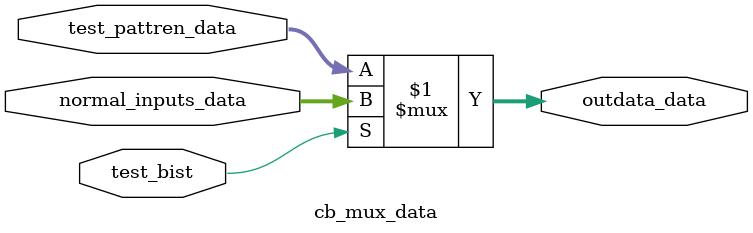
<source format=v>
module cb_mux_data(
    normal_inputs_data, 
    test_pattren_data, 
    test_bist, 

    outdata_data
);

input [1:0] normal_inputs_data;
input [1:0] test_pattren_data;
input test_bist;
output [1:0] outdata_data;

wire [1:0]outdata_data;

assign outdata_data = (test_bist)? normal_inputs_data : test_pattren_data;

endmodule
</source>
